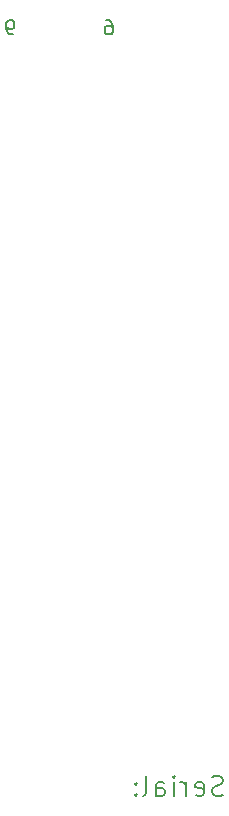
<source format=gbr>
G04 #@! TF.GenerationSoftware,KiCad,Pcbnew,(5.1.5)-3*
G04 #@! TF.CreationDate,2020-09-28T00:58:47+02:00*
G04 #@! TF.ProjectId,joytester,6a6f7974-6573-4746-9572-2e6b69636164,rev?*
G04 #@! TF.SameCoordinates,Original*
G04 #@! TF.FileFunction,Legend,Bot*
G04 #@! TF.FilePolarity,Positive*
%FSLAX46Y46*%
G04 Gerber Fmt 4.6, Leading zero omitted, Abs format (unit mm)*
G04 Created by KiCad (PCBNEW (5.1.5)-3) date 2020-09-28 00:58:47*
%MOMM*%
%LPD*%
G04 APERTURE LIST*
%ADD10C,0.142240*%
%ADD11C,0.127000*%
G04 APERTURE END LIST*
D10*
X161713910Y-134301733D02*
X161472610Y-134382166D01*
X161070444Y-134382166D01*
X160909577Y-134301733D01*
X160829144Y-134221300D01*
X160748710Y-134060433D01*
X160748710Y-133899566D01*
X160829144Y-133738700D01*
X160909577Y-133658266D01*
X161070444Y-133577833D01*
X161392177Y-133497400D01*
X161553044Y-133416966D01*
X161633477Y-133336533D01*
X161713910Y-133175666D01*
X161713910Y-133014800D01*
X161633477Y-132853933D01*
X161553044Y-132773500D01*
X161392177Y-132693066D01*
X160990010Y-132693066D01*
X160748710Y-132773500D01*
X159381344Y-134301733D02*
X159542210Y-134382166D01*
X159863944Y-134382166D01*
X160024810Y-134301733D01*
X160105244Y-134140866D01*
X160105244Y-133497400D01*
X160024810Y-133336533D01*
X159863944Y-133256100D01*
X159542210Y-133256100D01*
X159381344Y-133336533D01*
X159300910Y-133497400D01*
X159300910Y-133658266D01*
X160105244Y-133819133D01*
X158577010Y-134382166D02*
X158577010Y-133256100D01*
X158577010Y-133577833D02*
X158496577Y-133416966D01*
X158416144Y-133336533D01*
X158255277Y-133256100D01*
X158094410Y-133256100D01*
X157531377Y-134382166D02*
X157531377Y-133256100D01*
X157531377Y-132693066D02*
X157611810Y-132773500D01*
X157531377Y-132853933D01*
X157450944Y-132773500D01*
X157531377Y-132693066D01*
X157531377Y-132853933D01*
X156003144Y-134382166D02*
X156003144Y-133497400D01*
X156083577Y-133336533D01*
X156244444Y-133256100D01*
X156566177Y-133256100D01*
X156727044Y-133336533D01*
X156003144Y-134301733D02*
X156164010Y-134382166D01*
X156566177Y-134382166D01*
X156727044Y-134301733D01*
X156807477Y-134140866D01*
X156807477Y-133980000D01*
X156727044Y-133819133D01*
X156566177Y-133738700D01*
X156164010Y-133738700D01*
X156003144Y-133658266D01*
X154957510Y-134382166D02*
X155118377Y-134301733D01*
X155198810Y-134140866D01*
X155198810Y-132693066D01*
X154314044Y-134221300D02*
X154233610Y-134301733D01*
X154314044Y-134382166D01*
X154394477Y-134301733D01*
X154314044Y-134221300D01*
X154314044Y-134382166D01*
X154314044Y-133336533D02*
X154233610Y-133416966D01*
X154314044Y-133497400D01*
X154394477Y-133416966D01*
X154314044Y-133336533D01*
X154314044Y-133497400D01*
D11*
X151797016Y-68720247D02*
X152026826Y-68720247D01*
X152141730Y-68777700D01*
X152199183Y-68835152D01*
X152314088Y-69007509D01*
X152371540Y-69237319D01*
X152371540Y-69696938D01*
X152314088Y-69811842D01*
X152256635Y-69869295D01*
X152141730Y-69926747D01*
X151911921Y-69926747D01*
X151797016Y-69869295D01*
X151739564Y-69811842D01*
X151682111Y-69696938D01*
X151682111Y-69409676D01*
X151739564Y-69294771D01*
X151797016Y-69237319D01*
X151911921Y-69179866D01*
X152141730Y-69179866D01*
X152256635Y-69237319D01*
X152314088Y-69294771D01*
X152371540Y-69409676D01*
X143916035Y-69926747D02*
X143686226Y-69926747D01*
X143571321Y-69869295D01*
X143513869Y-69811842D01*
X143398964Y-69639485D01*
X143341511Y-69409676D01*
X143341511Y-68950057D01*
X143398964Y-68835152D01*
X143456416Y-68777700D01*
X143571321Y-68720247D01*
X143801130Y-68720247D01*
X143916035Y-68777700D01*
X143973488Y-68835152D01*
X144030940Y-68950057D01*
X144030940Y-69237319D01*
X143973488Y-69352223D01*
X143916035Y-69409676D01*
X143801130Y-69467128D01*
X143571321Y-69467128D01*
X143456416Y-69409676D01*
X143398964Y-69352223D01*
X143341511Y-69237319D01*
M02*

</source>
